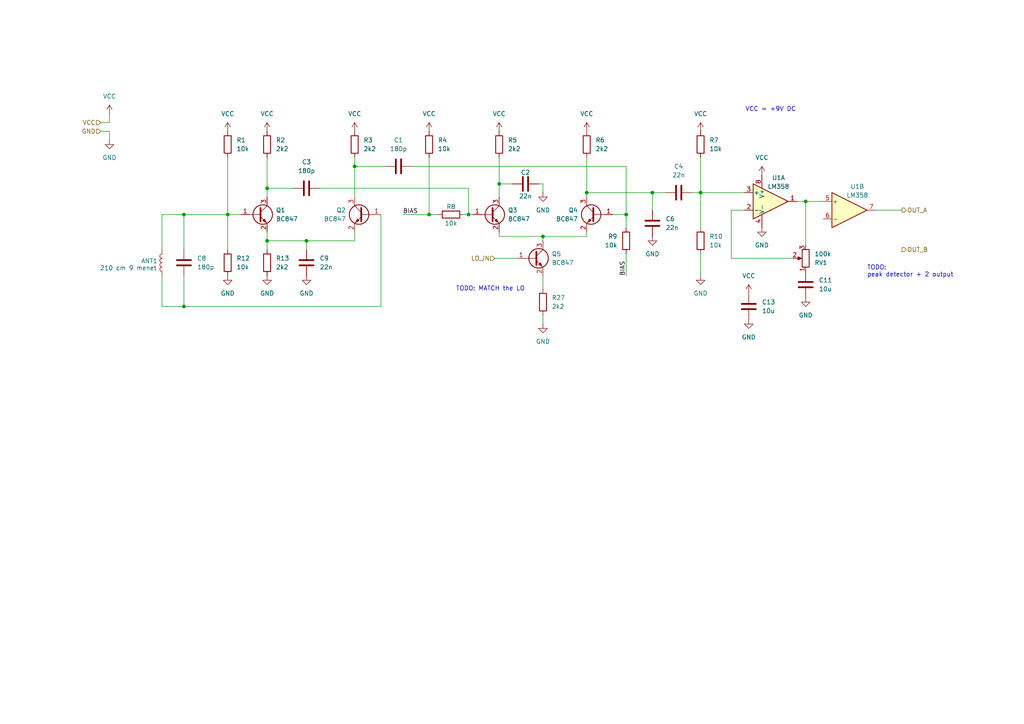
<source format=kicad_sch>
(kicad_sch (version 20250114) (generator "eeschema") (generator_version "9.0")
  (paper "A4")
  (lib_symbols
    (symbol "Amplifier_Operational:LM358" (pin_names (offset 0.127))
      (property "Reference" "U" (at 0 5.08 0))
      (property "Value" "LM358" (at 0 -5.08 0))
      (symbol "LM358_1_1"
        (polyline (pts (xy -5.08 5.08) (xy 5.08 0) (xy -5.08 -5.08) (xy -5.08 5.08)) (stroke (width 0.254)) (fill (type background)))
        (pin input line (at -7.62 2.54 0) (length 2.54) (name "+") (number "3"))
        (pin input line (at -7.62 -2.54 0) (length 2.54) (name "-") (number "2"))
        (pin output line (at 7.62 0 180) (length 2.54) (name "~") (number "1"))
      )
      (symbol "LM358_2_1"
        (polyline (pts (xy -5.08 5.08) (xy 5.08 0) (xy -5.08 -5.08) (xy -5.08 5.08)) (stroke (width 0.254)) (fill (type background)))
        (pin input line (at -7.62 2.54 0) (length 2.54) (name "+") (number "5"))
        (pin input line (at -7.62 -2.54 0) (length 2.54) (name "-") (number "6"))
        (pin output line (at 7.62 0 180) (length 2.54) (name "~") (number "7"))
      )
      (symbol "LM358_3_1"
        (pin power_in line (at -2.54 7.62 270) (length 3.81) (name "V+") (number "8"))
        (pin power_in line (at -2.54 -7.62 90) (length 3.81) (name "V-") (number "4"))
      )
    )
    (symbol "Device:C" (pin_numbers (hide yes)) (pin_names (offset 0.254))
      (property "Reference" "C" (at 0.635 2.54 0))
      (property "Value" "C" (at 0.635 -2.54 0))
      (symbol "C_0_1"
        (polyline (pts (xy -2.032 0.762) (xy 2.032 0.762)) (stroke (width 0.508)))
        (polyline (pts (xy -2.032 -0.762) (xy 2.032 -0.762)) (stroke (width 0.508)))
      )
      (symbol "C_1_1"
        (pin passive line (at 0 3.81 270) (length 2.794) (name "~") (number "1"))
        (pin passive line (at 0 -3.81 90) (length 2.794) (name "~") (number "2"))
      )
    )
    (symbol "Device:L" (pin_numbers (hide yes)) (pin_names (offset 1.016) (hide yes))
      (property "Reference" "L" (at -1.27 0 90))
      (property "Value" "L" (at 1.905 0 90))
      (symbol "L_0_1"
        (arc (start 0 2.54) (mid 0.6323 1.905) (end 0 1.27))
        (arc (start 0 1.27) (mid 0.6323 0.635) (end 0 0))
        (arc (start 0 0) (mid 0.6323 -0.635) (end 0 -1.27))
        (arc (start 0 -1.27) (mid 0.6323 -1.905) (end 0 -2.54))
      )
      (symbol "L_1_1"
        (pin passive line (at 0 3.81 270) (length 1.27) (name "1") (number "1"))
        (pin passive line (at 0 -3.81 90) (length 1.27) (name "2") (number "2"))
      )
    )
    (symbol "Device:R" (pin_numbers (hide yes)) (pin_names (offset 0))
      (property "Reference" "R" (at 2.032 0 90))
      (property "Value" "R" (at 0 0 90))
      (symbol "R_0_1"
        (rectangle (start -1.016 -2.54) (end 1.016 2.54) (stroke (width 0.254)))
      )
      (symbol "R_1_1"
        (pin passive line (at 0 3.81 270) (length 1.27) (name "~") (number "1"))
        (pin passive line (at 0 -3.81 90) (length 1.27) (name "~") (number "2"))
      )
    )
    (symbol "Device:R_Potentiometer" (pin_names (offset 1.016) (hide yes))
      (property "Reference" "RV" (at -4.445 0 90))
      (property "Value" "R_Potentiometer" (at -2.54 0 90))
      (symbol "R_Potentiometer_0_1"
        (rectangle (start 1.016 2.54) (end -1.016 -2.54) (stroke (width 0.254)))
        (polyline (pts (xy 1.143 0) (xy 2.286 0.508) (xy 2.286 -0.508) (xy 1.143 0)) (fill (type outline)))
        (polyline (pts (xy 2.54 0) (xy 1.524 0)))
      )
      (symbol "R_Potentiometer_1_1"
        (pin passive line (at 0 3.81 270) (length 1.27) (name "1") (number "1"))
        (pin passive line (at 0 -3.81 90) (length 1.27) (name "3") (number "3"))
        (pin passive line (at 3.81 0 180) (length 1.27) (name "2") (number "2"))
      )
    )
    (symbol "Transistor_BJT:BC847" (pin_names (offset 0) (hide yes))
      (property "Reference" "Q" (at 5.08 1.905 0))
      (property "Value" "BC847" (at 5.08 0 0))
      (symbol "BC847_0_1"
        (polyline (pts (xy -2.54 0) (xy 0.635 0)))
        (polyline (pts (xy 0.635 1.905) (xy 0.635 -1.905)) (stroke (width 0.508)))
        (circle (center 1.27 0) (radius 2.8194) (stroke (width 0.254)))
      )
      (symbol "BC847_1_1"
        (polyline (pts (xy 0.635 0.635) (xy 2.54 2.54)))
        (polyline (pts (xy 0.635 -0.635) (xy 2.54 -2.54)))
        (polyline (pts (xy 1.27 -1.778) (xy 1.778 -1.27) (xy 2.286 -2.286) (xy 1.27 -1.778)) (fill (type outline)))
        (pin input line (at -5.08 0 0) (length 2.54) (name "B") (number "1"))
        (pin passive line (at 2.54 5.08 270) (length 2.54) (name "C") (number "3"))
        (pin passive line (at 2.54 -5.08 90) (length 2.54) (name "E") (number "2"))
      )
    )
    (symbol "power:GND" (power) (pin_numbers (hide yes)) (pin_names (offset 0) (hide yes))
      (property "Value" "GND" (at 0 -3.81 0))
      (symbol "GND_0_1"
        (polyline (pts (xy 0 0) (xy 0 -1.27) (xy 1.27 -1.27) (xy 0 -2.54) (xy -1.27 -1.27) (xy 0 -1.27)))
      )
      (symbol "GND_1_1"
        (pin power_in line (at 0 0 270) (length 0) (name "~") (number "1"))
      )
    )
    (symbol "power:VCC" (power) (pin_numbers (hide yes)) (pin_names (offset 0) (hide yes))
      (property "Value" "VCC" (at 0 3.556 0))
      (symbol "VCC_0_1"
        (polyline (pts (xy -0.762 1.27) (xy 0 2.54)))
        (polyline (pts (xy 0 2.54) (xy 0.762 1.27)))
        (polyline (pts (xy 0 0) (xy 0 2.54)))
      )
      (symbol "VCC_1_1"
        (pin power_in line (at 0 0 90) (length 0) (name "~") (number "1"))
      )
    )
  )
  (text "TODO: MATCH the LO" (at 142.24 83.82 0) (effects (font (size 1.27 1.27))))
  (text "VCC = +9V DC" (at 223.52 31.75 0) (effects (font (size 1.27 1.27))))
  (text "TODO:\npeak detector + 2 output\n" (at 251.46 78.74 0) (effects (font (size 1.27 1.27)) (justify left)))
  (junction (at 53.34 88.9))
  (junction (at 88.9 69.85))
  (junction (at 77.47 54.61))
  (junction (at 66.04 62.23))
  (junction (at 53.34 62.23))
  (junction (at 181.61 62.23))
  (junction (at 170.18 55.88))
  (junction (at 135.89 62.23))
  (junction (at 233.68 58.42))
  (junction (at 157.48 68.58))
  (junction (at 189.23 55.88))
  (junction (at 144.78 53.34))
  (junction (at 102.87 48.26))
  (junction (at 124.46 62.23))
  (junction (at 77.47 69.85))
  (junction (at 203.2 55.88))
  (wire (pts (xy 189.23 55.88) (xy 193.04 55.88)))
  (wire (pts (xy 231.14 58.42) (xy 233.68 58.42)))
  (wire (pts (xy 135.89 62.23) (xy 137.16 62.23)))
  (wire (pts (xy 233.68 58.42) (xy 233.68 71.12)))
  (wire (pts (xy 144.78 53.34) (xy 144.78 57.15)))
  (wire (pts (xy 110.49 62.23) (xy 110.49 88.9)))
  (wire (pts (xy 110.49 88.9) (xy 53.34 88.9)))
  (wire (pts (xy 181.61 80.01) (xy 181.61 73.66)))
  (wire (pts (xy 203.2 55.88) (xy 203.2 45.72)))
  (wire (pts (xy 53.34 62.23) (xy 53.34 72.39)))
  (wire (pts (xy 170.18 68.58) (xy 170.18 67.31)))
  (wire (pts (xy 181.61 62.23) (xy 181.61 66.04)))
  (wire (pts (xy 203.2 55.88) (xy 203.2 66.04)))
  (wire (pts (xy 157.48 68.58) (xy 170.18 68.58)))
  (wire (pts (xy 119.38 48.26) (xy 181.61 48.26)))
  (wire (pts (xy 203.2 80.01) (xy 203.2 73.66)))
  (wire (pts (xy 53.34 88.9) (xy 46.99 88.9)))
  (wire (pts (xy 29.21 35.56) (xy 31.75 35.56)))
  (wire (pts (xy 102.87 48.26) (xy 111.76 48.26)))
  (wire (pts (xy 31.75 38.1) (xy 31.75 40.64)))
  (wire (pts (xy 143.51 74.93) (xy 149.86 74.93)))
  (wire (pts (xy 46.99 88.9) (xy 46.99 80.01)))
  (wire (pts (xy 189.23 55.88) (xy 189.23 60.96)))
  (wire (pts (xy 254 60.96) (xy 261.62 60.96)))
  (wire (pts (xy 31.75 35.56) (xy 31.75 33.02)))
  (wire (pts (xy 88.9 69.85) (xy 88.9 72.39)))
  (wire (pts (xy 157.48 93.98) (xy 157.48 91.44)))
  (wire (pts (xy 144.78 45.72) (xy 144.78 53.34)))
  (wire (pts (xy 53.34 62.23) (xy 66.04 62.23)))
  (wire (pts (xy 144.78 68.58) (xy 157.48 68.58)))
  (wire (pts (xy 233.68 58.42) (xy 238.76 58.42)))
  (wire (pts (xy 77.47 69.85) (xy 88.9 69.85)))
  (wire (pts (xy 144.78 68.58) (xy 144.78 67.31)))
  (wire (pts (xy 102.87 48.26) (xy 102.87 57.15)))
  (wire (pts (xy 66.04 62.23) (xy 66.04 72.39)))
  (wire (pts (xy 88.9 69.85) (xy 102.87 69.85)))
  (wire (pts (xy 134.62 62.23) (xy 135.89 62.23)))
  (wire (pts (xy 200.66 55.88) (xy 203.2 55.88)))
  (wire (pts (xy 212.09 74.93) (xy 212.09 60.96)))
  (wire (pts (xy 124.46 62.23) (xy 127 62.23)))
  (wire (pts (xy 46.99 72.39) (xy 46.99 62.23)))
  (wire (pts (xy 77.47 67.31) (xy 77.47 69.85)))
  (wire (pts (xy 102.87 45.72) (xy 102.87 48.26)))
  (wire (pts (xy 212.09 60.96) (xy 215.9 60.96)))
  (wire (pts (xy 181.61 62.23) (xy 177.8 62.23)))
  (wire (pts (xy 46.99 62.23) (xy 53.34 62.23)))
  (wire (pts (xy 229.87 74.93) (xy 212.09 74.93)))
  (wire (pts (xy 77.47 54.61) (xy 77.47 57.15)))
  (wire (pts (xy 116.84 62.23) (xy 124.46 62.23)))
  (wire (pts (xy 170.18 55.88) (xy 170.18 57.15)))
  (wire (pts (xy 66.04 62.23) (xy 69.85 62.23)))
  (wire (pts (xy 135.89 54.61) (xy 135.89 62.23)))
  (wire (pts (xy 53.34 88.9) (xy 53.34 80.01)))
  (wire (pts (xy 157.48 69.85) (xy 157.48 68.58)))
  (wire (pts (xy 170.18 45.72) (xy 170.18 55.88)))
  (wire (pts (xy 144.78 53.34) (xy 148.59 53.34)))
  (wire (pts (xy 102.87 67.31) (xy 102.87 69.85)))
  (wire (pts (xy 66.04 45.72) (xy 66.04 62.23)))
  (wire (pts (xy 92.71 54.61) (xy 135.89 54.61)))
  (wire (pts (xy 203.2 55.88) (xy 215.9 55.88)))
  (wire (pts (xy 170.18 55.88) (xy 189.23 55.88)))
  (wire (pts (xy 77.47 54.61) (xy 85.09 54.61)))
  (wire (pts (xy 157.48 80.01) (xy 157.48 83.82)))
  (wire (pts (xy 124.46 45.72) (xy 124.46 62.23)))
  (wire (pts (xy 181.61 48.26) (xy 181.61 62.23)))
  (wire (pts (xy 157.48 53.34) (xy 156.21 53.34)))
  (wire (pts (xy 77.47 69.85) (xy 77.47 72.39)))
  (wire (pts (xy 157.48 55.88) (xy 157.48 53.34)))
  (wire (pts (xy 29.21 38.1) (xy 31.75 38.1)))
  (wire (pts (xy 77.47 45.72) (xy 77.47 54.61)))
  (label "BIAS" (at 181.61 80.01 90))
  (label "BIAS" (at 116.84 62.23 0))
  (hierarchical_label "OUT_A" (shape output) (at 261.62 60.96 0))
  (hierarchical_label "LO_IN" (shape input) (at 143.51 74.93 180))
  (hierarchical_label "VCC" (shape input) (at 29.21 35.56 180))
  (hierarchical_label "GND" (shape input) (at 29.21 38.1 180))
  (hierarchical_label "OUT_B" (shape output) (at 261.62 72.39 0))
  (symbol (lib_id "power:GND") (at 220.98 66.04 0) (unit 1)
    (property "Reference" "#PWR012" (effects (hide yes)))
    (property "Value" "GND" (at 220.98 71.12 0))
    (property "Description" "Power symbol creates a global label with name \"GND\" , ground" (effects (hide yes)))
    (instances (project "mega-ardf-receiver" (path "" (reference "#PWR012") (unit 1)) (path "" (reference "#PWR036") (unit 1))))
  )
  (symbol (lib_id "Device:R") (at 77.47 76.2 0) (unit 1)
    (property "Reference" "R13" (at 80.01 74.9299 0) (effects (justify left)))
    (property "Value" "2k2" (at 80.01 77.4699 0) (effects (justify left)))
    (property "Footprint" "Resistor_SMD:R_0805_2012Metric_Pad1.20x1.40mm_HandSolder" (effects (hide yes)))
    (property "Description" "Resistor" (effects (hide yes)))
    (instances (project "mega-ardf-receiver" (path "" (reference "R13") (unit 1)) (path "" (reference "R26") (unit 1))))
  )
  (symbol (lib_id "Device:C") (at 115.57 48.26 90) (unit 1)
    (property "Reference" "C1" (at 115.57 40.64 90))
    (property "Value" "180p" (at 115.57 43.18 90))
    (property "Footprint" "Capacitor_SMD:C_0805_2012Metric_Pad1.18x1.45mm_HandSolder" (effects (hide yes)))
    (property "Description" "Unpolarized capacitor" (effects (hide yes)))
    (instances (project "mega-ardf-receiver" (path "" (reference "C1") (unit 1)) (path "" (reference "C5") (unit 1))))
  )
  (symbol (lib_id "Device:C") (at 53.34 76.2 0) (unit 1)
    (property "Reference" "C8" (at 57.15 74.9299 0) (effects (justify left)))
    (property "Value" "180p" (at 57.15 77.4699 0) (effects (justify left)))
    (property "Footprint" "Capacitor_SMD:C_0805_2012Metric_Pad1.18x1.45mm_HandSolder" (effects (hide yes)))
    (property "Description" "Unpolarized capacitor" (effects (hide yes)))
    (instances (project "mega-ardf-receiver" (path "" (reference "C8") (unit 1)) (path "" (reference "C17") (unit 1))))
  )
  (symbol (lib_id "power:VCC") (at 124.46 38.1 0) (unit 1)
    (property "Reference" "#PWR05" (effects (hide yes)))
    (property "Value" "VCC" (at 124.46 33.02 0))
    (property "Description" "Power symbol creates a global label with name \"VCC\"" (effects (hide yes)))
    (instances (project "mega-ardf-receiver" (path "" (reference "#PWR05") (unit 1)) (path "" (reference "#PWR029") (unit 1))))
  )
  (symbol (lib_id "Device:R") (at 157.48 87.63 0) (unit 1)
    (property "Reference" "R27" (at 160.02 86.3599 0) (effects (justify left)))
    (property "Value" "2k2" (at 160.02 88.8999 0) (effects (justify left)))
    (property "Footprint" "Resistor_SMD:R_0805_2012Metric_Pad1.20x1.40mm_HandSolder" (effects (hide yes)))
    (property "Description" "Resistor" (effects (hide yes)))
    (instances (project "mega-ardf-receiver" (path "" (reference "R27") (unit 1)) (path "" (reference "R28") (unit 1))))
  )
  (symbol (lib_id "power:GND") (at 217.17 92.71 0) (unit 1)
    (property "Reference" "#PWR025" (effects (hide yes)))
    (property "Value" "GND" (at 217.17 97.79 0))
    (property "Description" "Power symbol creates a global label with name \"GND\" , ground" (effects (hide yes)))
    (instances (project "mega-ardf-receiver" (path "" (reference "#PWR025") (unit 1)) (path "" (reference "#PWR044") (unit 1))))
  )
  (symbol (lib_id "Device:R") (at 181.61 69.85 0) (mirror y) (unit 1)
    (property "Reference" "R9" (at 179.07 68.5799 0) (effects (justify left)))
    (property "Value" "10k" (at 179.07 71.1199 0) (effects (justify left)))
    (property "Footprint" "Resistor_SMD:R_0805_2012Metric_Pad1.20x1.40mm_HandSolder" (effects (hide yes)))
    (property "Description" "Resistor" (effects (hide yes)))
    (instances (project "mega-ardf-receiver" (path "" (reference "R9") (unit 1)) (path "" (reference "R23") (unit 1))))
  )
  (symbol (lib_id "Transistor_BJT:BC847") (at 154.94 74.93 0) (unit 1)
    (property "Reference" "Q5" (at 160.02 73.6599 0) (effects (justify left)))
    (property "Value" "BC847" (at 160.02 76.1999 0) (effects (justify left)))
    (property "Footprint" "Package_TO_SOT_SMD:SOT-23" (effects (hide yes)))
    (property "Datasheet" "http://www.infineon.com/dgdl/Infineon-BC847SERIES_BC848SERIES_BC849SERIES_BC850SERIES-DS-v01_01-en.pdf?fileId=db3a304314dca389011541d4630a1657" (effects (hide yes)))
    (property "Description" "0.1A Ic, 45V Vce, NPN Transistor, SOT-23" (effects (hide yes)))
    (instances (project "mega-ardf-receiver" (path "" (reference "Q5") (unit 1)) (path "" (reference "Q10") (unit 1))))
  )
  (symbol (lib_id "power:GND") (at 77.47 80.01 0) (unit 1)
    (property "Reference" "#PWR015" (effects (hide yes)))
    (property "Value" "GND" (at 77.47 85.09 0))
    (property "Description" "Power symbol creates a global label with name \"GND\" , ground" (effects (hide yes)))
    (instances (project "mega-ardf-receiver" (path "" (reference "#PWR015") (unit 1)) (path "" (reference "#PWR039") (unit 1))))
  )
  (symbol (lib_id "Device:R_Potentiometer") (at 233.68 74.93 180) (unit 1)
    (property "Reference" "RV1" (at 236.22 76.2001 0) (effects (justify right)))
    (property "Value" "100k" (at 236.22 73.6601 0) (effects (justify right)))
    (property "Footprint" "Potentiometer_THT:Potentiometer_ACP_CA9-V10_Vertical" (effects (hide yes)))
    (property "Description" "Potentiometer" (effects (hide yes)))
    (instances (project "mega-ardf-receiver" (path "" (reference "RV1") (unit 1)) (path "" (reference "RV2") (unit 1))))
  )
  (symbol (lib_id "power:VCC") (at 217.17 85.09 0) (unit 1)
    (property "Reference" "#PWR018" (effects (hide yes)))
    (property "Value" "VCC" (at 217.17 80.01 0))
    (property "Description" "Power symbol creates a global label with name \"VCC\"" (effects (hide yes)))
    (instances (project "mega-ardf-receiver" (path "" (reference "#PWR018") (unit 1)) (path "" (reference "#PWR042") (unit 1))))
  )
  (symbol (lib_id "power:VCC") (at 144.78 38.1 0) (unit 1)
    (property "Reference" "#PWR06" (effects (hide yes)))
    (property "Value" "VCC" (at 144.78 33.02 0))
    (property "Description" "Power symbol creates a global label with name \"VCC\"" (effects (hide yes)))
    (instances (project "mega-ardf-receiver" (path "" (reference "#PWR06") (unit 1)) (path "" (reference "#PWR030") (unit 1))))
  )
  (symbol (lib_id "power:GND") (at 66.04 80.01 0) (unit 1)
    (property "Reference" "#PWR014" (effects (hide yes)))
    (property "Value" "GND" (at 66.04 85.09 0))
    (property "Description" "Power symbol creates a global label with name \"GND\" , ground" (effects (hide yes)))
    (instances (project "mega-ardf-receiver" (path "" (reference "#PWR014") (unit 1)) (path "" (reference "#PWR038") (unit 1))))
  )
  (symbol (lib_id "Device:C") (at 233.68 82.55 0) (unit 1)
    (property "Reference" "C11" (at 237.49 81.2799 0) (effects (justify left)))
    (property "Value" "10u" (at 237.49 83.8199 0) (effects (justify left)))
    (property "Footprint" "Capacitor_SMD:C_0805_2012Metric_Pad1.18x1.45mm_HandSolder" (effects (hide yes)))
    (property "Description" "Unpolarized capacitor" (effects (hide yes)))
    (instances (project "mega-ardf-receiver" (path "" (reference "C11") (unit 1)) (path "" (reference "C19") (unit 1))))
  )
  (symbol (lib_id "power:GND") (at 189.23 68.58 0) (unit 1)
    (property "Reference" "#PWR013" (effects (hide yes)))
    (property "Value" "GND" (at 189.23 73.66 0))
    (property "Description" "Power symbol creates a global label with name \"GND\" , ground" (effects (hide yes)))
    (instances (project "mega-ardf-receiver" (path "" (reference "#PWR013") (unit 1)) (path "" (reference "#PWR037") (unit 1))))
  )
  (symbol (lib_id "Device:R") (at 124.46 41.91 0) (unit 1)
    (property "Reference" "R4" (at 127 40.6399 0) (effects (justify left)))
    (property "Value" "10k" (at 127 43.1799 0) (effects (justify left)))
    (property "Footprint" "Resistor_SMD:R_0805_2012Metric_Pad1.20x1.40mm_HandSolder" (effects (hide yes)))
    (property "Description" "Resistor" (effects (hide yes)))
    (instances (project "mega-ardf-receiver" (path "" (reference "R4") (unit 1)) (path "" (reference "R18") (unit 1))))
  )
  (symbol (lib_id "power:GND") (at 157.48 93.98 0) (unit 1)
    (property "Reference" "#PWR051" (effects (hide yes)))
    (property "Value" "GND" (at 157.48 99.06 0))
    (property "Description" "Power symbol creates a global label with name \"GND\" , ground" (effects (hide yes)))
    (instances (project "mega-ardf-receiver" (path "" (reference "#PWR051") (unit 1)) (path "" (reference "#PWR052") (unit 1))))
  )
  (symbol (lib_id "power:VCC") (at 220.98 50.8 0) (unit 1)
    (property "Reference" "#PWR010" (effects (hide yes)))
    (property "Value" "VCC" (at 220.98 45.72 0))
    (property "Description" "Power symbol creates a global label with name \"VCC\"" (effects (hide yes)))
    (instances (project "mega-ardf-receiver" (path "" (reference "#PWR010") (unit 1)) (path "" (reference "#PWR034") (unit 1))))
  )
  (symbol (lib_id "Transistor_BJT:BC847") (at 105.41 62.23 0) (mirror y) (unit 1)
    (property "Reference" "Q2" (at 100.33 60.9599 0) (effects (justify left)))
    (property "Value" "BC847" (at 100.33 63.4999 0) (effects (justify left)))
    (property "Footprint" "Package_TO_SOT_SMD:SOT-23" (effects (hide yes)))
    (property "Datasheet" "http://www.infineon.com/dgdl/Infineon-BC847SERIES_BC848SERIES_BC849SERIES_BC850SERIES-DS-v01_01-en.pdf?fileId=db3a304314dca389011541d4630a1657" (effects (hide yes)))
    (property "Description" "0.1A Ic, 45V Vce, NPN Transistor, SOT-23" (effects (hide yes)))
    (instances (project "mega-ardf-receiver" (path "" (reference "Q2") (unit 1)) (path "" (reference "Q7") (unit 1))))
  )
  (symbol (lib_id "Device:R") (at 66.04 76.2 0) (unit 1)
    (property "Reference" "R12" (at 68.58 74.9299 0) (effects (justify left)))
    (property "Value" "10k" (at 68.58 77.4699 0) (effects (justify left)))
    (property "Footprint" "Resistor_SMD:R_0805_2012Metric_Pad1.20x1.40mm_HandSolder" (effects (hide yes)))
    (property "Description" "Resistor" (effects (hide yes)))
    (instances (project "mega-ardf-receiver" (path "" (reference "R12") (unit 1)) (path "" (reference "R25") (unit 1))))
  )
  (symbol (lib_id "Device:R") (at 66.04 41.91 0) (unit 1)
    (property "Reference" "R1" (at 68.58 40.6399 0) (effects (justify left)))
    (property "Value" "10k" (at 68.58 43.1799 0) (effects (justify left)))
    (property "Footprint" "Resistor_SMD:R_0805_2012Metric_Pad1.20x1.40mm_HandSolder" (effects (hide yes)))
    (property "Description" "Resistor" (effects (hide yes)))
    (instances (project "mega-ardf-receiver" (path "" (reference "R1") (unit 1)) (path "" (reference "R15") (unit 1))))
  )
  (symbol (lib_id "Device:R") (at 203.2 41.91 0) (unit 1)
    (property "Reference" "R7" (at 205.74 40.6399 0) (effects (justify left)))
    (property "Value" "10k" (at 205.74 43.1799 0) (effects (justify left)))
    (property "Footprint" "Resistor_SMD:R_0805_2012Metric_Pad1.20x1.40mm_HandSolder" (effects (hide yes)))
    (property "Description" "Resistor" (effects (hide yes)))
    (instances (project "mega-ardf-receiver" (path "" (reference "R7") (unit 1)) (path "" (reference "R21") (unit 1))))
  )
  (symbol (lib_id "Device:C") (at 88.9 76.2 0) (unit 1)
    (property "Reference" "C9" (at 92.71 74.9299 0) (effects (justify left)))
    (property "Value" "22n" (at 92.71 77.4699 0) (effects (justify left)))
    (property "Footprint" "Capacitor_SMD:C_0805_2012Metric_Pad1.18x1.45mm_HandSolder" (effects (hide yes)))
    (property "Description" "Unpolarized capacitor" (effects (hide yes)))
    (instances (project "mega-ardf-receiver" (path "" (reference "C9") (unit 1)) (path "" (reference "C18") (unit 1))))
  )
  (symbol (lib_id "power:GND") (at 31.75 40.64 0) (unit 1)
    (property "Reference" "#PWR09" (effects (hide yes)))
    (property "Value" "GND" (at 31.75 45.72 0))
    (property "Description" "Power symbol creates a global label with name \"GND\" , ground" (effects (hide yes)))
    (instances (project "mega-ardf-receiver" (path "" (reference "#PWR09") (unit 1)) (path "" (reference "#PWR033") (unit 1))))
  )
  (symbol (lib_id "Device:R") (at 130.81 62.23 270) (unit 1)
    (property "Reference" "R8" (at 130.81 59.944 90))
    (property "Value" "10k" (at 130.81 64.77 90))
    (property "Footprint" "Resistor_SMD:R_0805_2012Metric_Pad1.20x1.40mm_HandSolder" (effects (hide yes)))
    (property "Description" "Resistor" (effects (hide yes)))
    (instances (project "mega-ardf-receiver" (path "" (reference "R8") (unit 1)) (path "" (reference "R22") (unit 1))))
  )
  (symbol (lib_id "Device:R") (at 144.78 41.91 0) (unit 1)
    (property "Reference" "R5" (at 147.32 40.6399 0) (effects (justify left)))
    (property "Value" "2k2" (at 147.32 43.1799 0) (effects (justify left)))
    (property "Footprint" "Resistor_SMD:R_0805_2012Metric_Pad1.20x1.40mm_HandSolder" (effects (hide yes)))
    (property "Description" "Resistor" (effects (hide yes)))
    (instances (project "mega-ardf-receiver" (path "" (reference "R5") (unit 1)) (path "" (reference "R19") (unit 1))))
  )
  (symbol (lib_id "Device:R") (at 77.47 41.91 0) (unit 1)
    (property "Reference" "R2" (at 80.01 40.6399 0) (effects (justify left)))
    (property "Value" "2k2" (at 80.01 43.1799 0) (effects (justify left)))
    (property "Footprint" "Resistor_SMD:R_0805_2012Metric_Pad1.20x1.40mm_HandSolder" (effects (hide yes)))
    (property "Description" "Resistor" (effects (hide yes)))
    (instances (project "mega-ardf-receiver" (path "" (reference "R2") (unit 1)) (path "" (reference "R16") (unit 1))))
  )
  (symbol (lib_id "power:VCC") (at 170.18 38.1 0) (unit 1)
    (property "Reference" "#PWR07" (effects (hide yes)))
    (property "Value" "VCC" (at 170.18 33.02 0))
    (property "Description" "Power symbol creates a global label with name \"VCC\"" (effects (hide yes)))
    (instances (project "mega-ardf-receiver" (path "" (reference "#PWR07") (unit 1)) (path "" (reference "#PWR031") (unit 1))))
  )
  (symbol (lib_id "Transistor_BJT:BC847") (at 74.93 62.23 0) (unit 1)
    (property "Reference" "Q1" (at 80.01 60.9599 0) (effects (justify left)))
    (property "Value" "BC847" (at 80.01 63.4999 0) (effects (justify left)))
    (property "Footprint" "Package_TO_SOT_SMD:SOT-23" (effects (hide yes)))
    (property "Datasheet" "http://www.infineon.com/dgdl/Infineon-BC847SERIES_BC848SERIES_BC849SERIES_BC850SERIES-DS-v01_01-en.pdf?fileId=db3a304314dca389011541d4630a1657" (effects (hide yes)))
    (property "Description" "0.1A Ic, 45V Vce, NPN Transistor, SOT-23" (effects (hide yes)))
    (instances (project "mega-ardf-receiver" (path "" (reference "Q1") (unit 1)) (path "" (reference "Q6") (unit 1))))
  )
  (symbol (lib_id "Amplifier_Operational:LM358") (at 223.52 58.42 0) (unit 1)
    (property "Reference" "U1" (at 225.806 51.562 0))
    (property "Value" "LM358" (at 225.806 54.102 0))
    (property "Footprint" "Package_SO:SOIC-8_3.9x4.9mm_P1.27mm" (effects (hide yes)))
    (property "Datasheet" "http://www.ti.com/lit/ds/symlink/lm2904-n.pdf" (effects (hide yes)))
    (property "Description" "Low-Power, Dual Operational Amplifiers, DIP-8/SOIC-8/TO-99-8" (effects (hide yes)))
    (instances (project "mega-ardf-receiver" (path "" (reference "U1") (unit 1)) (path "" (reference "U2") (unit 1))))
  )
  (symbol (lib_id "Device:C") (at 88.9 54.61 270) (mirror x) (unit 1)
    (property "Reference" "C3" (at 88.9 46.99 90))
    (property "Value" "180p" (at 88.9 49.53 90))
    (property "Footprint" "Capacitor_SMD:C_0805_2012Metric_Pad1.18x1.45mm_HandSolder" (effects (hide yes)))
    (property "Description" "Unpolarized capacitor" (effects (hide yes)))
    (instances (project "mega-ardf-receiver" (path "" (reference "C3") (unit 1)) (path "" (reference "C14") (unit 1))))
  )
  (symbol (lib_id "power:GND") (at 88.9 80.01 0) (unit 1)
    (property "Reference" "#PWR016" (effects (hide yes)))
    (property "Value" "GND" (at 88.9 85.09 0))
    (property "Description" "Power symbol creates a global label with name \"GND\" , ground" (effects (hide yes)))
    (instances (project "mega-ardf-receiver" (path "" (reference "#PWR016") (unit 1)) (path "" (reference "#PWR040") (unit 1))))
  )
  (symbol (lib_id "Device:L") (at 46.99 76.2 180) (unit 1)
    (property "Reference" "ANT1" (at 45.72 75.692 0) (effects (justify left)))
    (property "Value" "210 cm 9 menet" (at 45.466 77.724 0) (effects (justify left)))
    (property "Footprint" "Connector_PinHeader_2.54mm:PinHeader_2x01_P2.54mm_Vertical" (effects (hide yes)))
    (property "Description" "Inductor" (effects (hide yes)))
    (instances (project "mega-ardf-receiver" (path "" (reference "ANT1") (unit 1)) (path "" (reference "ANT2") (unit 1))))
  )
  (symbol (lib_id "power:VCC") (at 77.47 38.1 0) (unit 1)
    (property "Reference" "#PWR03" (effects (hide yes)))
    (property "Value" "VCC" (at 77.47 33.02 0))
    (property "Description" "Power symbol creates a global label with name \"VCC\"" (effects (hide yes)))
    (instances (project "mega-ardf-receiver" (path "" (reference "#PWR03") (unit 1)) (path "" (reference "#PWR027") (unit 1))))
  )
  (symbol (lib_id "Device:C") (at 196.85 55.88 90) (unit 1)
    (property "Reference" "C4" (at 196.85 48.26 90))
    (property "Value" "22n" (at 196.85 50.8 90))
    (property "Footprint" "Capacitor_SMD:C_0805_2012Metric_Pad1.18x1.45mm_HandSolder" (effects (hide yes)))
    (property "Description" "Unpolarized capacitor" (effects (hide yes)))
    (instances (project "mega-ardf-receiver" (path "" (reference "C4") (unit 1)) (path "" (reference "C15") (unit 1))))
  )
  (symbol (lib_id "Amplifier_Operational:LM358") (at 223.52 58.42 0) (unit 3)
    (property "Reference" "U1" (effects (hide yes)))
    (property "Value" "LM358" (effects (hide yes)))
    (property "Footprint" "Package_SO:SOIC-8_3.9x4.9mm_P1.27mm" (effects (hide yes)))
    (property "Datasheet" "http://www.ti.com/lit/ds/symlink/lm2904-n.pdf" (effects (hide yes)))
    (property "Description" "Low-Power, Dual Operational Amplifiers, DIP-8/SOIC-8/TO-99-8" (effects (hide yes)))
    (instances (project "mega-ardf-receiver" (path "" (reference "U1") (unit 3)) (path "" (reference "U2") (unit 3))))
  )
  (symbol (lib_id "Transistor_BJT:BC847") (at 172.72 62.23 0) (mirror y) (unit 1)
    (property "Reference" "Q4" (at 167.64 60.9599 0) (effects (justify left)))
    (property "Value" "BC847" (at 167.64 63.4999 0) (effects (justify left)))
    (property "Footprint" "Package_TO_SOT_SMD:SOT-23" (effects (hide yes)))
    (property "Datasheet" "http://www.infineon.com/dgdl/Infineon-BC847SERIES_BC848SERIES_BC849SERIES_BC850SERIES-DS-v01_01-en.pdf?fileId=db3a304314dca389011541d4630a1657" (effects (hide yes)))
    (property "Description" "0.1A Ic, 45V Vce, NPN Transistor, SOT-23" (effects (hide yes)))
    (instances (project "mega-ardf-receiver" (path "" (reference "Q4") (unit 1)) (path "" (reference "Q9") (unit 1))))
  )
  (symbol (lib_id "Transistor_BJT:BC847") (at 142.24 62.23 0) (unit 1)
    (property "Reference" "Q3" (at 147.32 60.9599 0) (effects (justify left)))
    (property "Value" "BC847" (at 147.32 63.4999 0) (effects (justify left)))
    (property "Footprint" "Package_TO_SOT_SMD:SOT-23" (effects (hide yes)))
    (property "Datasheet" "http://www.infineon.com/dgdl/Infineon-BC847SERIES_BC848SERIES_BC849SERIES_BC850SERIES-DS-v01_01-en.pdf?fileId=db3a304314dca389011541d4630a1657" (effects (hide yes)))
    (property "Description" "0.1A Ic, 45V Vce, NPN Transistor, SOT-23" (effects (hide yes)))
    (instances (project "mega-ardf-receiver" (path "" (reference "Q3") (unit 1)) (path "" (reference "Q8") (unit 1))))
  )
  (symbol (lib_id "Device:R") (at 170.18 41.91 0) (unit 1)
    (property "Reference" "R6" (at 172.72 40.6399 0) (effects (justify left)))
    (property "Value" "2k2" (at 172.72 43.1799 0) (effects (justify left)))
    (property "Footprint" "Resistor_SMD:R_0805_2012Metric_Pad1.20x1.40mm_HandSolder" (effects (hide yes)))
    (property "Description" "Resistor" (effects (hide yes)))
    (instances (project "mega-ardf-receiver" (path "" (reference "R6") (unit 1)) (path "" (reference "R20") (unit 1))))
  )
  (symbol (lib_id "power:GND") (at 203.2 80.01 0) (unit 1)
    (property "Reference" "#PWR017" (effects (hide yes)))
    (property "Value" "GND" (at 203.2 85.09 0))
    (property "Description" "Power symbol creates a global label with name \"GND\" , ground" (effects (hide yes)))
    (instances (project "mega-ardf-receiver" (path "" (reference "#PWR017") (unit 1)) (path "" (reference "#PWR041") (unit 1))))
  )
  (symbol (lib_id "power:VCC") (at 31.75 33.02 0) (unit 1)
    (property "Reference" "#PWR01" (effects (hide yes)))
    (property "Value" "VCC" (at 31.75 27.94 0))
    (property "Description" "Power symbol creates a global label with name \"VCC\"" (effects (hide yes)))
    (instances (project "mega-ardf-receiver" (path "" (reference "#PWR01") (unit 1)) (path "" (reference "#PWR023") (unit 1))))
  )
  (symbol (lib_id "Device:C") (at 189.23 64.77 0) (unit 1)
    (property "Reference" "C6" (at 193.04 63.4999 0) (effects (justify left)))
    (property "Value" "22n" (at 193.04 66.0399 0) (effects (justify left)))
    (property "Footprint" "Capacitor_SMD:C_0805_2012Metric_Pad1.18x1.45mm_HandSolder" (effects (hide yes)))
    (property "Description" "Unpolarized capacitor" (effects (hide yes)))
    (instances (project "mega-ardf-receiver" (path "" (reference "C6") (unit 1)) (path "" (reference "C16") (unit 1))))
  )
  (symbol (lib_id "power:VCC") (at 102.87 38.1 0) (unit 1)
    (property "Reference" "#PWR04" (effects (hide yes)))
    (property "Value" "VCC" (at 102.87 33.02 0))
    (property "Description" "Power symbol creates a global label with name \"VCC\"" (effects (hide yes)))
    (instances (project "mega-ardf-receiver" (path "" (reference "#PWR04") (unit 1)) (path "" (reference "#PWR028") (unit 1))))
  )
  (symbol (lib_id "power:GND") (at 157.48 55.88 0) (unit 1)
    (property "Reference" "#PWR011" (effects (hide yes)))
    (property "Value" "GND" (at 157.48 60.96 0))
    (property "Description" "Power symbol creates a global label with name \"GND\" , ground" (effects (hide yes)))
    (instances (project "mega-ardf-receiver" (path "" (reference "#PWR011") (unit 1)) (path "" (reference "#PWR035") (unit 1))))
  )
  (symbol (lib_id "Device:R") (at 102.87 41.91 0) (unit 1)
    (property "Reference" "R3" (at 105.41 40.6399 0) (effects (justify left)))
    (property "Value" "2k2" (at 105.41 43.1799 0) (effects (justify left)))
    (property "Footprint" "Resistor_SMD:R_0805_2012Metric_Pad1.20x1.40mm_HandSolder" (effects (hide yes)))
    (property "Description" "Resistor" (effects (hide yes)))
    (instances (project "mega-ardf-receiver" (path "" (reference "R3") (unit 1)) (path "" (reference "R17") (unit 1))))
  )
  (symbol (lib_id "Device:C") (at 217.17 88.9 180) (unit 1)
    (property "Reference" "C13" (at 220.98 87.6299 0) (effects (justify right)))
    (property "Value" "10u" (at 220.98 90.1699 0) (effects (justify right)))
    (property "Footprint" "Capacitor_SMD:C_0805_2012Metric_Pad1.18x1.45mm_HandSolder" (effects (hide yes)))
    (property "Description" "Unpolarized capacitor" (effects (hide yes)))
    (instances (project "mega-ardf-receiver" (path "" (reference "C13") (unit 1)) (path "" (reference "C20") (unit 1))))
  )
  (symbol (lib_id "Amplifier_Operational:LM358") (at 246.38 60.96 0) (unit 2)
    (property "Reference" "U1" (at 248.666 54.102 0))
    (property "Value" "LM358" (at 248.666 56.642 0))
    (property "Footprint" "Package_SO:SOIC-8_3.9x4.9mm_P1.27mm" (effects (hide yes)))
    (property "Datasheet" "http://www.ti.com/lit/ds/symlink/lm2904-n.pdf" (effects (hide yes)))
    (property "Description" "Low-Power, Dual Operational Amplifiers, DIP-8/SOIC-8/TO-99-8" (effects (hide yes)))
    (instances (project "mega-ardf-receiver" (path "" (reference "U1") (unit 2)) (path "" (reference "U2") (unit 2))))
  )
  (symbol (lib_id "power:GND") (at 233.68 86.36 0) (unit 1)
    (property "Reference" "#PWR024" (effects (hide yes)))
    (property "Value" "GND" (at 233.68 91.44 0))
    (property "Description" "Power symbol creates a global label with name \"GND\" , ground" (effects (hide yes)))
    (instances (project "mega-ardf-receiver" (path "" (reference "#PWR024") (unit 1)) (path "" (reference "#PWR043") (unit 1))))
  )
  (symbol (lib_id "power:VCC") (at 203.2 38.1 0) (unit 1)
    (property "Reference" "#PWR08" (effects (hide yes)))
    (property "Value" "VCC" (at 203.2 33.02 0))
    (property "Description" "Power symbol creates a global label with name \"VCC\"" (effects (hide yes)))
    (instances (project "mega-ardf-receiver" (path "" (reference "#PWR08") (unit 1)) (path "" (reference "#PWR032") (unit 1))))
  )
  (symbol (lib_id "Device:R") (at 203.2 69.85 0) (unit 1)
    (property "Reference" "R10" (at 205.74 68.5799 0) (effects (justify left)))
    (property "Value" "10k" (at 205.74 71.1199 0) (effects (justify left)))
    (property "Footprint" "Resistor_SMD:R_0805_2012Metric_Pad1.20x1.40mm_HandSolder" (effects (hide yes)))
    (property "Description" "Resistor" (effects (hide yes)))
    (instances (project "mega-ardf-receiver" (path "" (reference "R10") (unit 1)) (path "" (reference "R24") (unit 1))))
  )
  (symbol (lib_id "power:VCC") (at 66.04 38.1 0) (unit 1)
    (property "Reference" "#PWR02" (effects (hide yes)))
    (property "Value" "VCC" (at 66.04 33.02 0))
    (property "Description" "Power symbol creates a global label with name \"VCC\"" (effects (hide yes)))
    (instances (project "mega-ardf-receiver" (path "" (reference "#PWR02") (unit 1)) (path "" (reference "#PWR026") (unit 1))))
  )
  (symbol (lib_id "Device:C") (at 152.4 53.34 90) (unit 1)
    (property "Reference" "C2" (at 152.4 50.038 90))
    (property "Value" "22n" (at 152.4 56.896 90))
    (property "Footprint" "Capacitor_SMD:C_0805_2012Metric_Pad1.18x1.45mm_HandSolder" (effects (hide yes)))
    (property "Description" "Unpolarized capacitor" (effects (hide yes)))
    (instances (project "mega-ardf-receiver" (path "" (reference "C2") (unit 1)) (path "" (reference "C7") (unit 1))))
  )
)
</source>
